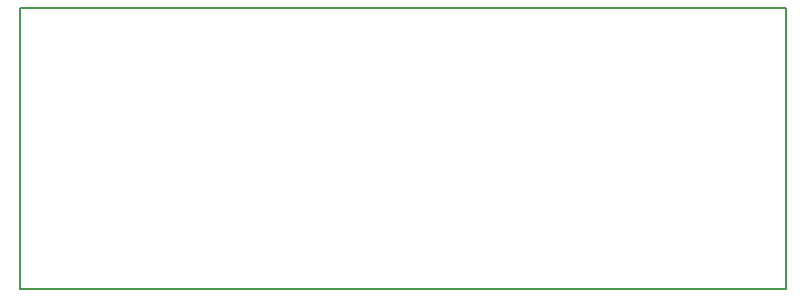
<source format=gm1>
G04 MADE WITH FRITZING*
G04 WWW.FRITZING.ORG*
G04 DOUBLE SIDED*
G04 HOLES PLATED*
G04 CONTOUR ON CENTER OF CONTOUR VECTOR*
%ASAXBY*%
%FSLAX23Y23*%
%MOIN*%
%OFA0B0*%
%SFA1.0B1.0*%
%ADD10R,2.560490X0.944433*%
%ADD11C,0.008000*%
%ADD10C,0.008*%
%LNCONTOUR*%
G90*
G70*
G54D10*
G54D11*
X4Y940D02*
X2556Y940D01*
X2556Y4D01*
X4Y4D01*
X4Y940D01*
D02*
G04 End of contour*
M02*
</source>
